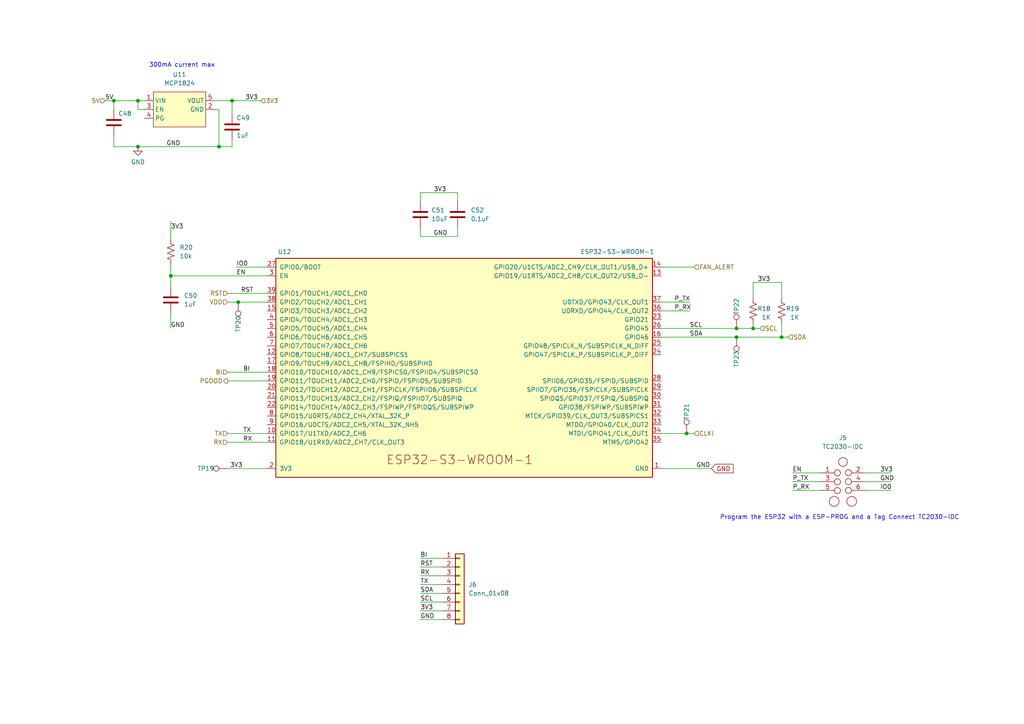
<source format=kicad_sch>
(kicad_sch (version 20211123) (generator eeschema)
  (paper "A4")
  (lib_symbols
    (symbol "Connector:TestPoint" (pin_numbers hide) (pin_names (offset 0.762) hide)
      (property "Reference" "TP" (at 0 6.858 0))
      (property "Value" "TestPoint" (at 0 5.08 0))
      (symbol "TestPoint_0_1"
        (circle (center 0 3.302) (radius 0.762))
      )
      (symbol "TestPoint_1_1"
        (pin passive line (at 0 0 90) (length 2.54) (name "1") (number "1"))
      )
    )
    (symbol "Connector_Generic:Conn_01x08" (pin_names (offset 1.016) hide)
      (property "Reference" "J" (at 0 10.16 0))
      (property "Value" "Conn_01x08" (at 0 -12.7 0))
      (symbol "Conn_01x08_1_1"
        (rectangle (start -1.27 -10.033) (end 0 -10.287) (stroke (width 0.1524)))
        (rectangle (start -1.27 -7.493) (end 0 -7.747) (stroke (width 0.1524)))
        (rectangle (start -1.27 -4.953) (end 0 -5.207) (stroke (width 0.1524)))
        (rectangle (start -1.27 -2.413) (end 0 -2.667) (stroke (width 0.1524)))
        (rectangle (start -1.27 0.127) (end 0 -0.127) (stroke (width 0.1524)))
        (rectangle (start -1.27 2.667) (end 0 2.413) (stroke (width 0.1524)))
        (rectangle (start -1.27 5.207) (end 0 4.953) (stroke (width 0.1524)))
        (rectangle (start -1.27 7.747) (end 0 7.493) (stroke (width 0.1524)))
        (rectangle (start -1.27 8.89) (end 1.27 -11.43) (stroke (width 0.254)) (fill (type background)))
        (pin passive line (at -5.08 7.62 0) (length 3.81) (name "Pin_1") (number "1"))
        (pin passive line (at -5.08 5.08 0) (length 3.81) (name "Pin_2") (number "2"))
        (pin passive line (at -5.08 2.54 0) (length 3.81) (name "Pin_3") (number "3"))
        (pin passive line (at -5.08 0 0) (length 3.81) (name "Pin_4") (number "4"))
        (pin passive line (at -5.08 -2.54 0) (length 3.81) (name "Pin_5") (number "5"))
        (pin passive line (at -5.08 -5.08 0) (length 3.81) (name "Pin_6") (number "6"))
        (pin passive line (at -5.08 -7.62 0) (length 3.81) (name "Pin_7") (number "7"))
        (pin passive line (at -5.08 -10.16 0) (length 3.81) (name "Pin_8") (number "8"))
      )
    )
    (symbol "Device:C" (pin_numbers hide) (pin_names (offset 0.254))
      (property "Reference" "C" (at 0.635 2.54 0))
      (property "Value" "C" (at 0.635 -2.54 0))
      (symbol "C_0_1"
        (polyline (pts (xy -2.032 -0.762) (xy 2.032 -0.762)) (stroke (width 0.508)))
        (polyline (pts (xy -2.032 0.762) (xy 2.032 0.762)) (stroke (width 0.508)))
      )
      (symbol "C_1_1"
        (pin passive line (at 0 3.81 270) (length 2.794) (name "~") (number "1"))
        (pin passive line (at 0 -3.81 90) (length 2.794) (name "~") (number "2"))
      )
    )
    (symbol "Device:R_US" (pin_numbers hide) (pin_names (offset 0))
      (property "Reference" "R" (at 2.54 0 90))
      (property "Value" "R_US" (at -2.54 0 90))
      (symbol "R_US_0_1"
        (polyline (pts (xy 0 -2.286) (xy 0 -2.54)))
        (polyline (pts (xy 0 2.286) (xy 0 2.54)))
        (polyline (pts (xy 0 -0.762) (xy 1.016 -1.143) (xy 0 -1.524) (xy -1.016 -1.905) (xy 0 -2.286)))
        (polyline (pts (xy 0 0.762) (xy 1.016 0.381) (xy 0 0) (xy -1.016 -0.381) (xy 0 -0.762)))
        (polyline (pts (xy 0 2.286) (xy 1.016 1.905) (xy 0 1.524) (xy -1.016 1.143) (xy 0 0.762)))
      )
      (symbol "R_US_1_1"
        (pin passive line (at 0 3.81 270) (length 1.27) (name "~") (number "1"))
        (pin passive line (at 0 -3.81 90) (length 1.27) (name "~") (number "2"))
      )
    )
    (symbol "Espressif:ESP32-S3-WROOM-1" (pin_names (offset 1.016))
      (property "Reference" "U" (at -53.34 38.1 0))
      (property "Value" "ESP32-S3-WROOM-1" (at -53.34 35.56 0))
      (symbol "ESP32-S3-WROOM-1_0_0"
        (rectangle (start -53.34 33.02) (end 55.88 -30.48) (stroke (width 0.254)) (fill (type background)))
        (text "ESP32-S3-WROOM-1" (at 0 -25.4 0) (effects (font (size 2.54 2.54))))
        (pin power_in line (at 58.42 -27.94 180) (length 2.54) (name "GND") (number "1"))
        (pin bidirectional line (at -55.88 -17.78 0) (length 2.54) (name "GPIO17/U1TXD/ADC2_CH6") (number "10"))
        (pin bidirectional line (at -55.88 -20.32 0) (length 2.54) (name "GPIO18/U1RXD/ADC2_CH7/CLK_OUT3") (number "11"))
        (pin bidirectional line (at -55.88 5.08 0) (length 2.54) (name "GPIO8/TOUCH8/ADC1_CH7/SUBSPICS1") (number "12"))
        (pin bidirectional line (at 58.42 27.94 180) (length 2.54) (name "GPIO19/U1RTS/ADC2_CH8/CLK_OUT2/USB_D-") (number "13"))
        (pin bidirectional line (at 58.42 30.48 180) (length 2.54) (name "GPIO20/U1CTS/ADC2_CH9/CLK_OUT1/USB_D+") (number "14"))
        (pin bidirectional line (at -55.88 17.78 0) (length 2.54) (name "GPIO3/TOUCH3/ADC1_CH2") (number "15"))
        (pin bidirectional line (at 58.42 10.16 180) (length 2.54) (name "GPIO46") (number "16"))
        (pin bidirectional line (at -55.88 2.54 0) (length 2.54) (name "GPIO9/TOUCH9/ADC1_CH8/FSPIHD/SUBSPIHD") (number "17"))
        (pin bidirectional line (at -55.88 0 0) (length 2.54) (name "GPIO10/TOUCH10/ADC1_CH9/FSPICS0/FSPIIO4/SUBSPICS0") (number "18"))
        (pin bidirectional line (at -55.88 -2.54 0) (length 2.54) (name "GPIO11/TOUCH11/ADC2_CH0/FSPID/FSPIIO5/SUBSPID") (number "19"))
        (pin power_in line (at -55.88 -27.94 0) (length 2.54) (name "3V3") (number "2"))
        (pin bidirectional line (at -55.88 -5.08 0) (length 2.54) (name "GPIO12/TOUCH12/ADC2_CH1/FSPICLK/FSPIIO6/SUBSPICLK") (number "20"))
        (pin bidirectional line (at -55.88 -7.62 0) (length 2.54) (name "GPIO13/TOUCH13/ADC2_CH2/FSPIQ/FSPIIO7/SUBSPIQ") (number "21"))
        (pin bidirectional line (at -55.88 -10.16 0) (length 2.54) (name "GPIO14/TOUCH14/ADC2_CH3/FSPIWP/FSPIDQS/SUBSPIWP") (number "22"))
        (pin bidirectional line (at 58.42 15.24 180) (length 2.54) (name "GPIO21") (number "23"))
        (pin bidirectional line (at 58.42 5.08 180) (length 2.54) (name "GPIO47/SPICLK_P/SUBSPICLK_P_DIFF") (number "24"))
        (pin bidirectional line (at 58.42 7.62 180) (length 2.54) (name "GPIO48/SPICLK_N/SUBSPICLK_N_DIFF") (number "25"))
        (pin bidirectional line (at 58.42 12.7 180) (length 2.54) (name "GPIO45") (number "26"))
        (pin bidirectional line (at -55.88 30.48 0) (length 2.54) (name "GPIO0/BOOT") (number "27"))
        (pin bidirectional line (at 58.42 -2.54 180) (length 2.54) (name "SPIIO6/GPIO35/FSPID/SUBSPID") (number "28"))
        (pin bidirectional line (at 58.42 -5.08 180) (length 2.54) (name "SPIIO7/GPIO36/FSPICLK/SUBSPICLK") (number "29"))
        (pin input line (at -55.88 27.94 0) (length 2.54) (name "EN") (number "3"))
        (pin bidirectional line (at 58.42 -7.62 180) (length 2.54) (name "SPIDQS/GPIO37/FSPIQ/SUBSPIQ") (number "30"))
        (pin bidirectional line (at 58.42 -10.16 180) (length 2.54) (name "GPIO38/FSPIWP/SUBSPIWP") (number "31"))
        (pin bidirectional line (at 58.42 -12.7 180) (length 2.54) (name "MTCK/GPIO39/CLK_OUT3/SUBSPICS1") (number "32"))
        (pin bidirectional line (at 58.42 -15.24 180) (length 2.54) (name "MTDO/GPIO40/CLK_OUT2") (number "33"))
        (pin bidirectional line (at 58.42 -17.78 180) (length 2.54) (name "MTDI/GPIO41/CLK_OUT1") (number "34"))
        (pin bidirectional line (at 58.42 -20.32 180) (length 2.54) (name "MTMS/GPIO42") (number "35"))
        (pin bidirectional line (at 58.42 17.78 180) (length 2.54) (name "U0RXD/GPIO44/CLK_OUT2") (number "36"))
        (pin bidirectional line (at 58.42 20.32 180) (length 2.54) (name "U0TXD/GPIO43/CLK_OUT1") (number "37"))
        (pin bidirectional line (at -55.88 20.32 0) (length 2.54) (name "GPIO2/TOUCH2/ADC1_CH1") (number "38"))
        (pin bidirectional line (at -55.88 22.86 0) (length 2.54) (name "GPIO1/TOUCH1/ADC1_CH0") (number "39"))
        (pin bidirectional line (at -55.88 15.24 0) (length 2.54) (name "GPIO4/TOUCH4/ADC1_CH3") (number "4"))
        (pin passive line (at 58.42 -27.94 180) (length 2.54) hide (name "GND") (number "40"))
        (pin passive line (at 58.42 -27.94 180) (length 2.54) hide (name "GND") (number "41"))
        (pin bidirectional line (at -55.88 12.7 0) (length 2.54) (name "GPIO5/TOUCH5/ADC1_CH4") (number "5"))
        (pin bidirectional line (at -55.88 10.16 0) (length 2.54) (name "GPIO6/TOUCH6/ADC1_CH5") (number "6"))
        (pin bidirectional line (at -55.88 7.62 0) (length 2.54) (name "GPIO7/TOUCH7/ADC1_CH6") (number "7"))
        (pin bidirectional line (at -55.88 -12.7 0) (length 2.54) (name "GPIO15/U0RTS/ADC2_CH4/XTAL_32K_P") (number "8"))
        (pin bidirectional line (at -55.88 -15.24 0) (length 2.54) (name "GPIO16/U0CTS/ADC2_CH5/XTAL_32K_NH5") (number "9"))
      )
    )
    (symbol "Espressif:TC2030-IDC-NL" (pin_names (offset 1.016) hide)
      (property "Reference" "J" (at 0 -8.89 0))
      (property "Value" "TC2030-IDC-NL" (at 0.635 -11.43 0))
      (symbol "TC2030-IDC-NL_0_1"
        (circle (center -2.54 -5.715) (radius 1.4224))
        (circle (center -1.6002 2.54) (radius 0.889))
        (circle (center 0 5.715) (radius 1.27))
      )
      (symbol "TC2030-IDC-NL_1_1"
        (circle (center -1.6002 -2.5908) (radius 0.889))
        (circle (center -1.6002 -0.0508) (radius 0.889))
        (circle (center 1.6002 -2.54) (radius 0.889))
        (circle (center 1.6002 0) (radius 0.889))
        (circle (center 1.6002 2.5908) (radius 0.889))
        (circle (center 2.54 -5.715) (radius 1.4224))
        (pin passive line (at -6.35 2.54 0) (length 3.81) (name "Pin_1") (number "1"))
        (pin passive line (at 6.35 2.54 180) (length 3.81) (name "Pin_2") (number "2"))
        (pin passive line (at -6.35 0 0) (length 3.81) (name "Pin_3") (number "3"))
        (pin passive line (at 6.35 0 180) (length 3.81) (name "Pin_4") (number "4"))
        (pin passive line (at -6.35 -2.54 0) (length 3.81) (name "Pin_5") (number "5"))
        (pin passive line (at 6.35 -2.54 180) (length 3.81) (name "Pin_6") (number "6"))
      )
    )
    (symbol "bitaxe:MCP1824"
      (property "Reference" "U" (at -7.62 5.08 0))
      (property "Value" "MCP1824" (at 5.08 5.08 0))
      (symbol "MCP1824_0_1"
        (rectangle (start -7.62 3.81) (end 7.62 -6.35) (stroke (width 0.1524)) (fill (type background)))
      )
      (symbol "MCP1824_1_0"
        (pin bidirectional line (at -10.16 1.27 0) (length 2.54) (name "VIN") (number "1"))
        (pin bidirectional line (at 10.16 -1.27 180) (length 2.54) (name "GND") (number "2"))
        (pin bidirectional line (at -10.16 -1.27 0) (length 2.54) (name "EN") (number "3"))
        (pin bidirectional line (at -10.16 -3.81 0) (length 2.54) (name "PG") (number "4"))
        (pin bidirectional line (at 10.16 1.27 180) (length 2.54) (name "VOUT") (number "5"))
      )
    )
    (symbol "power:GND" (power) (pin_names (offset 0))
      (property "Value" "GND" (at 0 -3.81 0))
      (symbol "GND_0_1"
        (polyline (pts (xy 0 0) (xy 0 -1.27) (xy 1.27 -1.27) (xy 0 -2.54) (xy -1.27 -1.27) (xy 0 -1.27)))
      )
      (symbol "GND_1_1"
        (pin power_in line (at 0 0 270) (length 0) hide (name "GND") (number "1"))
      )
    )
  )
  (junction (at 67.31 29.21) (diameter 0.9144))
  (junction (at 199.136 125.73))
  (junction (at 213.614 97.79))
  (junction (at 33.02 29.21) (diameter 0.9144))
  (junction (at 213.614 95.25))
  (junction (at 40.005 29.21))
  (junction (at 218.44 95.25))
  (junction (at 69.088 87.63))
  (junction (at 63.5 42.545) (diameter 0.9144))
  (junction (at 49.53 80.01))
  (junction (at 40.005 42.545))
  (junction (at 226.695 97.79))
  (wire (pts (xy 63.5 42.545) (xy 40.005 42.545)))
  (wire (pts (xy 121.92 172.085) (xy 128.27 172.085)))
  (wire (pts (xy 121.92 177.165) (xy 128.27 177.165)))
  (wire (pts (xy 121.92 55.88) (xy 121.92 58.42)))
  (wire (pts (xy 218.44 95.25) (xy 220.345 95.25)))
  (wire (pts (xy 191.77 97.79) (xy 213.614 97.79)))
  (wire (pts (xy 67.31 29.21) (xy 75.565 29.21)))
  (wire (pts (xy 250.825 139.7) (xy 258.445 139.7)))
  (wire (pts (xy 191.77 95.25) (xy 213.614 95.25)))
  (wire (pts (xy 226.695 93.98) (xy 226.695 97.79)))
  (wire (pts (xy 66.04 110.49) (xy 77.47 110.49)))
  (wire (pts (xy 132.715 68.58) (xy 121.92 68.58)))
  (wire (pts (xy 250.825 137.16) (xy 258.445 137.16)))
  (wire (pts (xy 77.47 125.73) (xy 66.04 125.73)))
  (wire (pts (xy 132.715 66.04) (xy 132.715 68.58)))
  (wire (pts (xy 49.53 76.835) (xy 49.53 80.01)))
  (wire (pts (xy 226.695 81.915) (xy 226.695 86.36)))
  (wire (pts (xy 49.53 90.805) (xy 49.53 95.25)))
  (wire (pts (xy 218.44 81.915) (xy 218.44 86.36)))
  (wire (pts (xy 77.47 85.09) (xy 66.04 85.09)))
  (wire (pts (xy 66.04 107.95) (xy 77.47 107.95)))
  (wire (pts (xy 68.58 77.47) (xy 77.47 77.47)))
  (wire (pts (xy 40.005 31.75) (xy 41.91 31.75)))
  (wire (pts (xy 40.005 31.75) (xy 40.005 29.21)))
  (wire (pts (xy 33.02 29.21) (xy 40.005 29.21)))
  (wire (pts (xy 250.825 142.24) (xy 258.445 142.24)))
  (wire (pts (xy 191.77 77.47) (xy 201.295 77.47)))
  (wire (pts (xy 121.92 174.625) (xy 128.27 174.625)))
  (wire (pts (xy 67.31 29.21) (xy 67.31 33.02)))
  (wire (pts (xy 218.44 81.915) (xy 226.695 81.915)))
  (wire (pts (xy 226.695 97.79) (xy 228.6 97.79)))
  (wire (pts (xy 191.77 90.17) (xy 200.025 90.17)))
  (wire (pts (xy 77.47 128.27) (xy 66.04 128.27)))
  (wire (pts (xy 229.87 142.24) (xy 238.125 142.24)))
  (wire (pts (xy 49.53 80.01) (xy 77.47 80.01)))
  (wire (pts (xy 213.614 97.79) (xy 226.695 97.79)))
  (wire (pts (xy 49.53 64.135) (xy 49.53 69.215)))
  (wire (pts (xy 67.31 40.64) (xy 67.31 42.545)))
  (wire (pts (xy 67.31 42.545) (xy 63.5 42.545)))
  (wire (pts (xy 63.5 31.75) (xy 62.23 31.75)))
  (wire (pts (xy 121.92 167.005) (xy 128.27 167.005)))
  (wire (pts (xy 121.92 169.545) (xy 128.27 169.545)))
  (wire (pts (xy 63.5 31.75) (xy 63.5 42.545)))
  (wire (pts (xy 62.23 29.21) (xy 67.31 29.21)))
  (wire (pts (xy 191.77 135.89) (xy 206.375 135.89)))
  (wire (pts (xy 229.87 139.7) (xy 238.125 139.7)))
  (wire (pts (xy 121.92 68.58) (xy 121.92 66.04)))
  (wire (pts (xy 121.92 161.925) (xy 128.27 161.925)))
  (wire (pts (xy 40.005 29.21) (xy 41.91 29.21)))
  (wire (pts (xy 213.614 95.25) (xy 218.44 95.25)))
  (wire (pts (xy 33.02 29.21) (xy 33.02 31.75)))
  (wire (pts (xy 229.87 137.16) (xy 238.125 137.16)))
  (wire (pts (xy 33.02 39.37) (xy 33.02 42.545)))
  (wire (pts (xy 191.77 87.63) (xy 200.025 87.63)))
  (wire (pts (xy 199.136 125.73) (xy 201.295 125.73)))
  (wire (pts (xy 30.48 29.21) (xy 33.02 29.21)))
  (wire (pts (xy 121.92 179.705) (xy 128.27 179.705)))
  (wire (pts (xy 49.53 80.01) (xy 49.53 83.185)))
  (wire (pts (xy 218.44 93.98) (xy 218.44 95.25)))
  (wire (pts (xy 132.715 55.88) (xy 121.92 55.88)))
  (wire (pts (xy 121.92 164.465) (xy 128.27 164.465)))
  (wire (pts (xy 66.04 135.89) (xy 77.47 135.89)))
  (wire (pts (xy 132.715 58.42) (xy 132.715 55.88)))
  (wire (pts (xy 66.04 87.63) (xy 69.088 87.63)))
  (wire (pts (xy 40.005 42.545) (xy 33.02 42.545)))
  (wire (pts (xy 191.77 125.73) (xy 199.136 125.73)))
  (wire (pts (xy 69.088 87.63) (xy 77.47 87.63)))
  (text "Program the ESP32 with a ESP-PROG and a Tag Connect TC2030-IDC" (at 208.788 150.876 0) (effects (font (size 1.27 1.27)) (justify left bottom)))
  (text "300mA current max" (at 43.18 19.685 0) (effects (font (size 1.27 1.27)) (justify left bottom)))
  (label "5V" (at 30.48 29.21 0))
  (label "P_RX" (at 229.87 142.24 0))
  (label "RX" (at 121.92 167.005 0))
  (label "EN" (at 68.58 80.01 0))
  (label "RST" (at 121.92 164.465 0))
  (label "RST" (at 69.85 85.09 0))
  (label "SDA" (at 121.92 172.085 0))
  (label "P_TX" (at 229.87 139.7 0))
  (label "EN" (at 229.87 137.16 0))
  (label "P_RX" (at 195.58 90.17 0))
  (label "GND" (at 125.73 68.58 0))
  (label "3V3" (at 66.675 135.89 0))
  (label "3V3" (at 219.71 81.915 0))
  (label "IO0" (at 68.58 77.47 0))
  (label "SDA" (at 200.025 97.79 0))
  (label "BI" (at 121.92 161.925 0))
  (label "TX" (at 70.485 125.73 0))
  (label "3V3" (at 255.27 137.16 0))
  (label "IO0" (at 255.27 142.24 0))
  (label "SCL" (at 121.92 174.625 0))
  (label "SCL" (at 200.025 95.25 0))
  (label "GND" (at 201.93 135.89 0))
  (label "TX" (at 121.92 169.545 0))
  (label "3V3" (at 125.73 55.88 0))
  (label "3V3" (at 121.92 177.165 0))
  (label "3V3" (at 49.53 66.675 0))
  (label "GND" (at 49.53 95.25 0))
  (label "P_TX" (at 195.58 87.63 0))
  (label "GND" (at 121.92 179.705 0))
  (label "3V3" (at 71.12 29.21 0))
  (label "GND" (at 255.27 139.7 0))
  (label "GND" (at 48.26 42.545 0))
  (label "BI" (at 70.485 107.95 0))
  (label "RX" (at 70.485 128.27 0))
  (global_label "GND" (shape input) (at 206.375 135.89 0) (property "Intersheet References" "${INTERSHEET_REFS}" (effects hide)))
  (hierarchical_label "TX" (shape input) (at 66.04 125.73 180))
  (hierarchical_label "RX" (shape input) (at 66.04 128.27 180))
  (hierarchical_label "CLKI" (shape input) (at 201.295 125.73 0))
  (hierarchical_label "FAN_ALERT" (shape input) (at 201.295 77.47 0))
  (hierarchical_label "BI" (shape input) (at 66.04 107.95 180))
  (hierarchical_label "3V3" (shape input) (at 75.565 29.21 0))
  (hierarchical_label "SCL" (shape input) (at 220.345 95.25 0))
  (hierarchical_label "RST" (shape input) (at 66.04 85.09 180))
  (hierarchical_label "SDA" (shape input) (at 228.6 97.79 0))
  (hierarchical_label "PGOOD" (shape output) (at 66.04 110.49 180))
  (hierarchical_label "5V" (shape input) (at 30.48 29.21 180))
  (hierarchical_label "VDD" (shape input) (at 66.04 87.63 180))
  (symbol (lib_id "Device:R_US") (at 218.44 90.17 180) (unit 1)
    (property "Reference" "R18" (at 221.615 89.535 0))
    (property "Value" "1K" (at 222.25 92.075 0))
    (property "Footprint" "Resistor_SMD:R_0402_1005Metric" (effects hide))
    (property "DK" "YAG2306CT-ND" (effects hide))
  )
  (symbol (lib_id "Device:C") (at 49.53 86.995 0) (unit 1)
    (property "Reference" "C50" (at 53.34 85.7249 0) (effects (justify left)))
    (property "Value" "1uF" (at 53.34 88.2649 0) (effects (justify left)))
    (property "Footprint" "Capacitor_SMD:C_0402_1005Metric" (effects hide))
    (property "DK" "587-5514-1-ND" (effects hide))
  )
  (symbol (lib_id "Connector:TestPoint") (at 213.614 95.25 0) (mirror y) (unit 1)
    (property "Reference" "TP22" (at 213.614 88.9 90))
    (property "Value" "TestPoint" (effects hide))
    (property "Footprint" "TestPoint:TestPoint_Pad_D1.5mm" (effects hide))
    (property "DNP" "T" (effects hide))
  )
  (symbol (lib_id "Device:C") (at 132.715 62.23 0) (unit 1)
    (property "Reference" "C52" (at 136.525 60.9599 0) (effects (justify left)))
    (property "Value" "0.1uF" (at 136.525 63.4999 0) (effects (justify left)))
    (property "Footprint" "Capacitor_SMD:C_0402_1005Metric" (effects hide))
    (property "DK" "1292-1639-1-ND" (effects hide))
  )
  (symbol (lib_id "Connector:TestPoint") (at 69.088 87.63 0) (mirror x) (unit 1)
    (property "Reference" "TP20" (at 69.088 93.98 90))
    (property "Value" "TestPoint" (effects hide))
    (property "Footprint" "TestPoint:TestPoint_Pad_D1.5mm" (effects hide))
    (property "DNP" "T" (effects hide))
  )
  (symbol (lib_id "Device:R_US") (at 226.695 90.17 180) (unit 1)
    (property "Reference" "R19" (at 229.87 89.535 0))
    (property "Value" "1K" (at 230.505 92.075 0))
    (property "Footprint" "Resistor_SMD:R_0402_1005Metric" (effects hide))
    (property "DK" "YAG2306CT-ND" (effects hide))
  )
  (symbol (lib_id "Connector:TestPoint") (at 213.614 97.79 0) (mirror x) (unit 1)
    (property "Reference" "TP23" (at 213.614 104.14 90))
    (property "Value" "TestPoint" (effects hide))
    (property "Footprint" "TestPoint:TestPoint_Pad_D1.5mm" (effects hide))
    (property "DNP" "T" (effects hide))
  )
  (symbol (lib_id "bitaxe:MCP1824") (at 52.07 30.48 0) (unit 1)
    (property "Reference" "U11" (at 52.07 21.59 0))
    (property "Value" "MCP1824" (at 52.07 24.13 0))
    (property "Footprint" "Package_TO_SOT_SMD:SOT-23-5" (effects hide))
    (property "Datasheet" "https://ww1.microchip.com/downloads/en/DeviceDoc/22070a.pdf" (effects hide))
    (property "PARTNO" "MCP1824T-3302E/OT" (effects hide))
    (property "DK" "MCP1824T-3302E/OTCT-ND" (effects hide))
  )
  (symbol (lib_id "Device:R_US") (at 49.53 73.025 0) (unit 1)
    (property "Reference" "R20" (at 52.07 71.7549 0) (effects (justify left)))
    (property "Value" "10k" (at 52.07 74.2949 0) (effects (justify left)))
    (property "Footprint" "Resistor_SMD:R_0402_1005Metric" (effects hide))
  )
  (symbol (lib_id "power:GND") (at 40.005 42.545 0) (mirror y) (unit 1)
    (property "Reference" "#PWR05" (effects hide))
    (property "Value" "GND" (at 40.005 46.99 0))
  )
  (symbol (lib_id "Espressif:TC2030-IDC-NL") (at 244.475 139.7 0) (unit 1)
    (property "Reference" "J5" (at 244.475 127 0))
    (property "Value" "TC2030-IDC" (at 244.475 129.54 0))
    (property "Footprint" "Connector:Tag-Connect_TC2030-IDC-FP_2x03_P1.27mm_Vertical" (effects hide))
    (property "DNP" "T" (effects hide))
  )
  (symbol (lib_id "Device:C") (at 67.31 36.83 0) (unit 1)
    (property "Reference" "C49" (at 68.58 34.925 0) (effects (justify left bottom)))
    (property "Value" "1uF" (at 68.58 40.005 0) (effects (justify left bottom)))
    (property "Footprint" "Capacitor_SMD:C_0402_1005Metric" (effects hide))
    (property "DK" "587-5514-1-ND" (effects hide))
  )
  (symbol (lib_id "Device:C") (at 121.92 62.23 0) (unit 1)
    (property "Reference" "C51" (at 125.095 60.9599 0) (effects (justify left)))
    (property "Value" "10uF" (at 125.095 63.4999 0) (effects (justify left)))
    (property "Footprint" "Capacitor_SMD:C_0402_1005Metric" (effects hide))
  )
  (symbol (lib_id "Connector:TestPoint") (at 199.136 125.73 0) (mirror y) (unit 1)
    (property "Reference" "TP21" (at 199.136 119.38 90))
    (property "Value" "TestPoint" (effects hide))
    (property "Footprint" "TestPoint:TestPoint_Pad_D1.5mm" (effects hide))
    (property "DNP" "T" (effects hide))
  )
  (symbol (lib_id "Device:C") (at 33.02 35.56 0) (unit 1)
    (property "Reference" "C48" (at 34.29 33.655 0) (effects (justify left bottom)))
    (property "Value" "0.1uF" (at 34.29 38.735 0) (effects (justify left bottom)))
    (property "Footprint" "Capacitor_SMD:C_0402_1005Metric" (effects hide))
    (property "Value" "311-3342-1-ND" (effects hide))
    (property "DK" "1292-1639-1-ND" (effects hide))
  )
  (symbol (lib_id "Connector:TestPoint") (at 66.04 135.89 90) (mirror x) (unit 1)
    (property "Reference" "TP19" (at 59.69 135.89 90))
    (property "Value" "TestPoint" (effects hide))
    (property "Footprint" "TestPoint:TestPoint_Pad_D1.5mm" (effects hide))
    (property "DNP" "T" (effects hide))
  )
  (symbol (lib_id "Connector_Generic:Conn_01x08") (at 133.35 169.545 0) (unit 1)
    (property "Reference" "J6" (at 135.89 169.5449 0) (effects (justify left)))
    (property "Value" "Conn_01x08" (at 135.89 172.0849 0) (effects (justify left)))
    (property "Footprint" "Connector_PinHeader_2.54mm:PinHeader_1x08_P2.54mm_Vertical" (effects hide))
    (property "DNP" "T" (effects hide))
  )
  (symbol (lib_id "Espressif:ESP32-S3-WROOM-1") (at 133.35 107.95 0) (unit 1)
    (property "Reference" "U12" (at 82.55 73.025 0))
    (property "Value" "ESP32-S3-WROOM-1" (at 179.07 73.025 0))
    (property "Footprint" "Espressif:ESP32-S3-WROOM-1" (effects hide))
    (property "Datasheet" "https://www.espressif.com/sites/default/files/documentation/esp32-s3-wroom-1_wroom-1u_datasheet_en.pdf" (effects hide))
    (property "DK" "1965-ESP32-S3-WROOM-1-N16R8CT-ND" (effects hide))
    (property "PARTNO" "ESP32-S3-WROOM-1-N16R8" (effects hide))
  )
)
</source>
